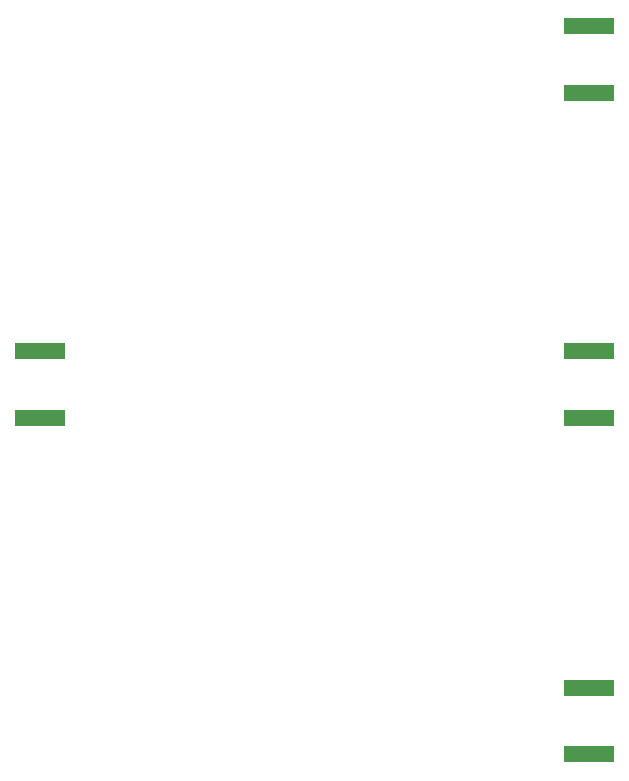
<source format=gbr>
%TF.GenerationSoftware,KiCad,Pcbnew,(5.1.6)-1*%
%TF.CreationDate,2020-10-09T05:29:33-04:00*%
%TF.ProjectId,RFID_PROJECT_3-WAY-SPLITTER,52464944-5f50-4524-9f4a-4543545f332d,B*%
%TF.SameCoordinates,Original*%
%TF.FileFunction,Paste,Bot*%
%TF.FilePolarity,Positive*%
%FSLAX46Y46*%
G04 Gerber Fmt 4.6, Leading zero omitted, Abs format (unit mm)*
G04 Created by KiCad (PCBNEW (5.1.6)-1) date 2020-10-09 05:29:33*
%MOMM*%
%LPD*%
G01*
G04 APERTURE LIST*
%ADD10R,4.200000X1.350000*%
G04 APERTURE END LIST*
D10*
%TO.C,J1*%
X124500000Y-79175000D03*
X124500000Y-84825000D03*
%TD*%
%TO.C,J2*%
X171030001Y-51675000D03*
X171030001Y-57325000D03*
%TD*%
%TO.C,J3*%
X171030001Y-84825000D03*
X171030001Y-79175000D03*
%TD*%
%TO.C,J4*%
X171030001Y-107675000D03*
X171030001Y-113325000D03*
%TD*%
M02*

</source>
